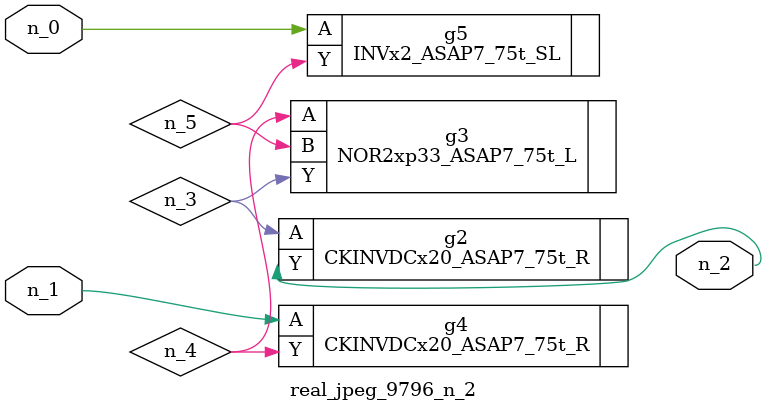
<source format=v>
module real_jpeg_9796_n_2 (n_1, n_0, n_2);

input n_1;
input n_0;

output n_2;

wire n_5;
wire n_4;
wire n_3;

INVx2_ASAP7_75t_SL g5 ( 
.A(n_0),
.Y(n_5)
);

CKINVDCx20_ASAP7_75t_R g4 ( 
.A(n_1),
.Y(n_4)
);

CKINVDCx20_ASAP7_75t_R g2 ( 
.A(n_3),
.Y(n_2)
);

NOR2xp33_ASAP7_75t_L g3 ( 
.A(n_4),
.B(n_5),
.Y(n_3)
);


endmodule
</source>
